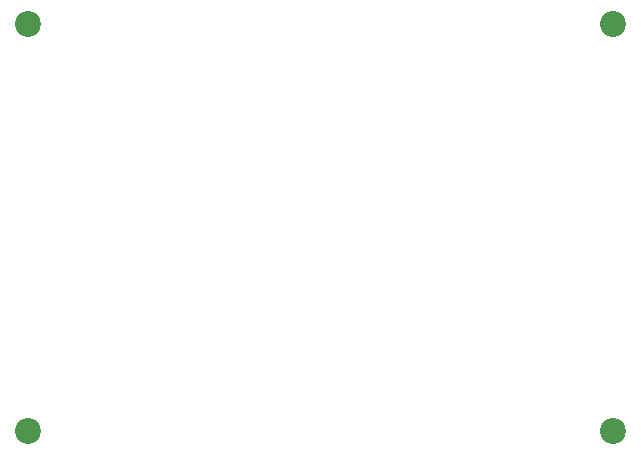
<source format=gbr>
%TF.GenerationSoftware,KiCad,Pcbnew,9.0.3*%
%TF.CreationDate,2025-07-30T22:26:29+08:00*%
%TF.ProjectId,airspeed_BIO,61697273-7065-4656-945f-42494f2e6b69,rev?*%
%TF.SameCoordinates,Original*%
%TF.FileFunction,NonPlated,1,2,NPTH,Drill*%
%TF.FilePolarity,Positive*%
%FSLAX46Y46*%
G04 Gerber Fmt 4.6, Leading zero omitted, Abs format (unit mm)*
G04 Created by KiCad (PCBNEW 9.0.3) date 2025-07-30 22:26:29*
%MOMM*%
%LPD*%
G01*
G04 APERTURE LIST*
%TA.AperFunction,ComponentDrill*%
%ADD10C,2.200000*%
%TD*%
G04 APERTURE END LIST*
D10*
%TO.C,H3*%
X98000000Y-63000000D03*
%TO.C,H2*%
X98000000Y-97500000D03*
%TO.C,H1*%
X147500000Y-63000000D03*
%TO.C,H4*%
X147500000Y-97500000D03*
M02*

</source>
